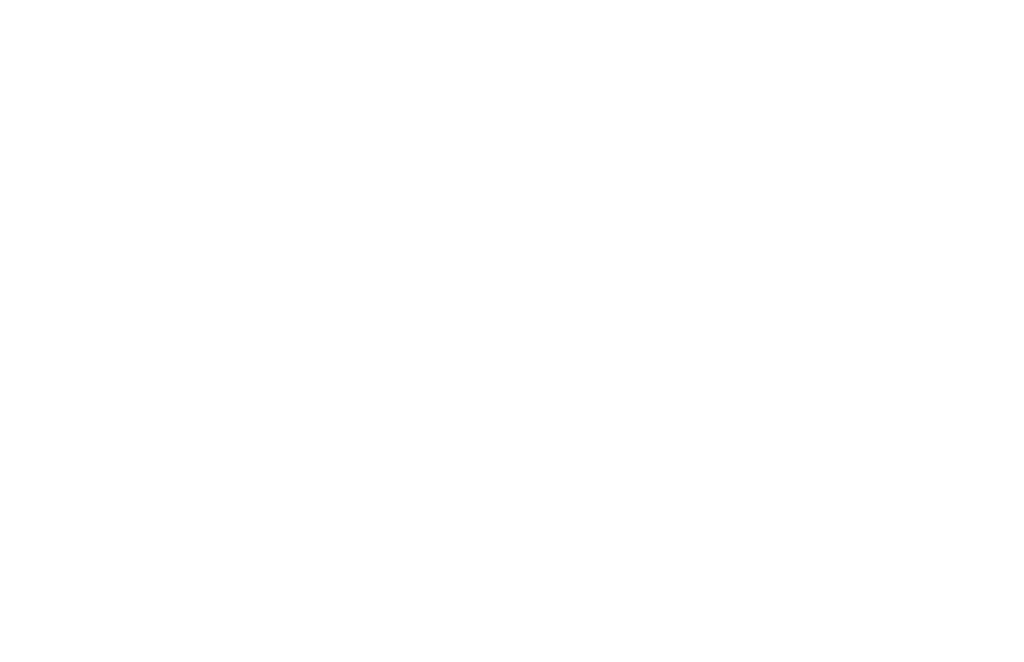
<source format=kicad_sch>
(kicad_sch (version 20230121) (generator eeschema)

  (uuid 9548f768-1878-4692-90fb-4774d977468e)

  (paper "B")

  (title_block
    (rev "1")
    (company "UC Observatories")
  )

  (lib_symbols
  )

)

</source>
